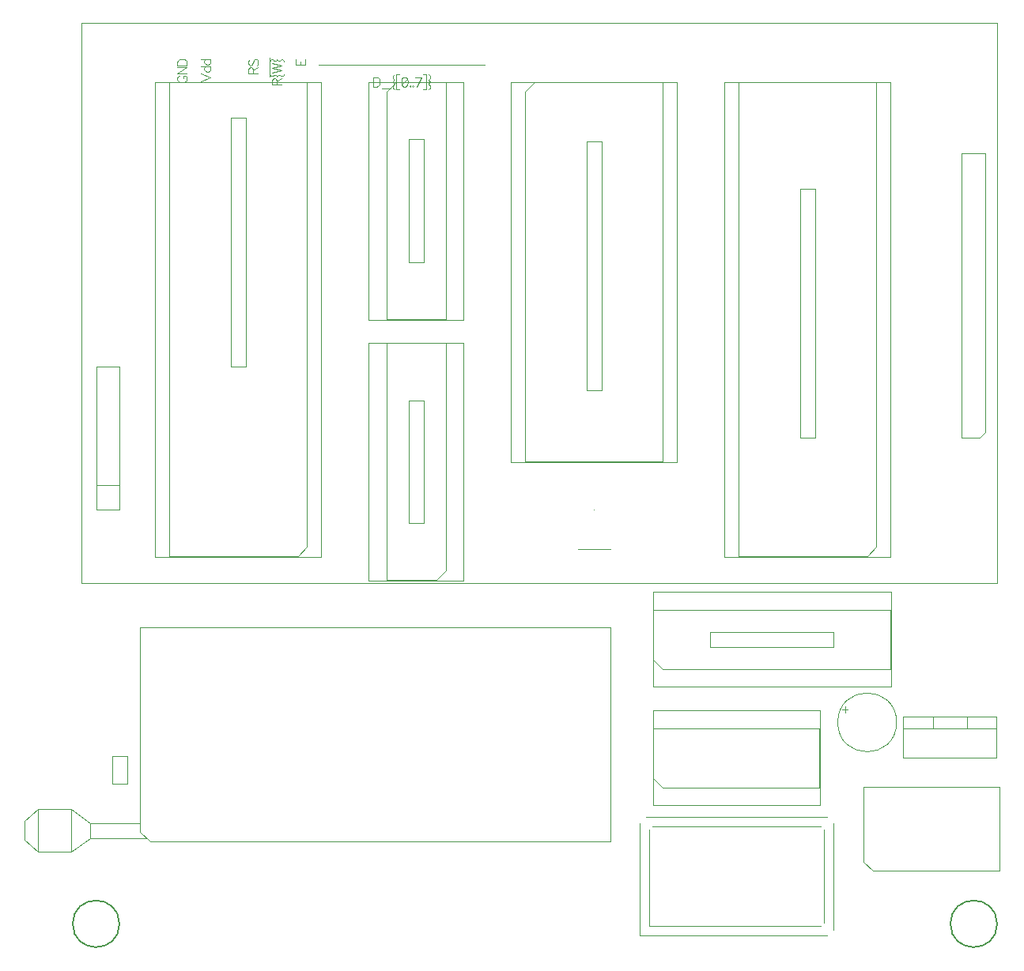
<source format=gbr>
%TF.GenerationSoftware,Novarm,DipTrace,4.3.0.5*%
%TF.CreationDate,2023-08-31T01:17:12+01:00*%
%FSLAX26Y26*%
%MOIN*%
%TF.FileFunction,Drawing,Top*%
%TF.Part,Single*%
%ADD15C,0.005906*%
%ADD16C,0.003937*%
G75*
G01*
%LPD*%
X2463386Y4070472D2*
D16*
Y2465748D1*
X3163386D1*
X2523425Y4028740D2*
X2562795Y4068110D1*
X2523425Y2468110D2*
Y4028740D1*
X2562795Y4068110D2*
X3103346D1*
Y2468110D1*
X2523425D1*
X3163386Y4070472D2*
X2463386D1*
X3163386Y2465748D2*
Y4070472D1*
X1663386Y2065748D2*
Y4070472D1*
X963386D1*
X1603346Y2107480D2*
X1563976Y2068110D1*
X1603346Y4068110D2*
Y2107480D1*
X1563976Y2068110D2*
X1023425D1*
Y4068110D1*
X1603346D1*
X963386Y2065748D2*
X1663386D1*
X963386Y4070472D2*
Y2065748D1*
X4314961Y518110D2*
D15*
G02X4314961Y518110I98425J0D01*
G01*
X468504Y821260D2*
D16*
X610236D1*
X468504D2*
X413386Y872441D1*
X610236Y821260D2*
X688976Y880315D1*
X610236Y821260D2*
Y1002362D1*
X943307Y867323D2*
X897638Y905906D1*
X2881890Y867323D2*
X943307D1*
X413386Y872441D2*
Y951181D1*
X688976Y880315D2*
Y943307D1*
X929528Y880315D2*
X688976D1*
X897638Y905906D2*
Y1768898D1*
X688976Y943307D2*
X897638D1*
X413386Y951181D2*
X468504Y1002362D1*
Y821260D1*
X610236Y1002362D2*
X688976Y943307D1*
X610236Y1002362D2*
X468504D1*
X897638Y1768898D2*
X2881890D1*
Y867323D1*
X3061024Y1518110D2*
X4065748D1*
Y1918110D1*
X3102756Y1593110D2*
X3063386Y1632480D1*
X4063386Y1593110D2*
X3102756D1*
X3063386Y1632480D2*
Y1843110D1*
X4063386D1*
Y1593110D1*
X3061024Y1918110D2*
Y1518110D1*
X4065748Y1918110D2*
X3061024D1*
X3303543Y1749606D2*
Y1686614D1*
X3821654D1*
Y1749606D2*
X3303543D1*
X3821654Y1686614D2*
Y1749606D1*
X2031890Y2208268D2*
X2094882D1*
Y2726378D1*
X2031890D2*
Y2208268D1*
X2094882Y2726378D2*
X2031890D1*
X3005906Y468110D2*
Y942520D1*
Y468110D2*
X3795276D1*
X3031496Y968110D2*
X3795276D1*
X3045276Y507480D2*
Y914961D1*
Y507480D2*
X3767717D1*
X3059055Y928740D2*
X3767717D1*
X3781496Y521260D2*
Y914961D1*
X3820866Y942520D2*
Y493701D1*
X3031496Y968110D2*
G02X3031496Y968110I0J0D01*
G01*
X3059055Y928740D2*
G02X3059055Y928740I0J0D01*
G01*
X3781496Y914961D2*
G02X3781496Y914961I0J0D01*
G01*
X3767717Y507480D2*
G02X3767717Y507480I0J0D01*
G01*
X3820866Y942520D2*
G02X3820866Y942520I0J0D01*
G01*
X3795276Y468110D2*
G02X3795276Y468110I0J0D01*
G01*
X3858110Y1422185D2*
X3882913D1*
X3870512Y1434587D2*
Y1409783D1*
X3840157Y1368110D2*
G02X3840157Y1368110I124016J0D01*
G01*
X3988976Y740945D2*
X3949606Y780315D1*
X4520472Y740945D2*
X3988976D1*
X3949606Y1095276D2*
Y780315D1*
Y1095276D2*
X4520472D1*
Y740945D1*
X614961Y518110D2*
D15*
G02X614961Y518110I98425J0D01*
G01*
X4463386Y2593110D2*
D16*
X4438386Y2568110D1*
X4463386Y3768110D2*
Y2593110D1*
X4438386Y2568110D2*
X4363386D1*
Y3768110D1*
X4463386D1*
X4063386Y2065748D2*
Y4070472D1*
X3363386D1*
X4003346Y2107480D2*
X3963976Y2068110D1*
X4003346Y4068110D2*
Y2107480D1*
X3963976Y2068110D2*
X3423425D1*
Y4068110D1*
X4003346D1*
X3363386Y2065748D2*
X4063386D1*
X3363386Y4070472D2*
Y2065748D1*
X2743701Y2099213D2*
X2881496D1*
X2813386Y2265748D2*
G02X2813386Y2265748I0J0D01*
G01*
X2882427Y2099070D2*
G02X2882427Y2099070I0J0D01*
G01*
X714173Y2267323D2*
X812598D1*
Y2868898D1*
X714173Y2368110D2*
X812598D1*
X714173Y2868898D2*
Y2267323D1*
X812598Y2868898D2*
X714173D1*
X2844882Y3818110D2*
X2781890D1*
Y2768110D1*
X2844882D2*
Y3818110D1*
X2781890Y2768110D2*
X2844882D1*
X2263386Y1965748D2*
Y2970472D1*
X1863386D1*
X2188386Y2007480D2*
X2149016Y1968110D1*
X2188386Y2968110D2*
Y2007480D1*
X2149016Y1968110D2*
X1938386D1*
Y2968110D1*
X2188386D1*
X1863386Y1965748D2*
X2263386D1*
X1863386Y2970472D2*
Y1965748D1*
X3061024Y1018110D2*
X3765748D1*
Y1418110D1*
X3102756Y1093110D2*
X3063386Y1132480D1*
X3763386Y1093110D2*
X3102756D1*
X3063386Y1132480D2*
Y1343110D1*
X3763386D1*
Y1093110D1*
X3061024Y1418110D2*
Y1018110D1*
X3765748Y1418110D2*
X3061024D1*
X1281890Y2868110D2*
X1344882D1*
Y3918110D1*
X1281890D2*
Y2868110D1*
X1344882Y3918110D2*
X1281890D1*
X1863386Y4070472D2*
Y3065748D1*
X2263386D1*
X1938386Y4028740D2*
X1977756Y4068110D1*
X1938386Y3068110D2*
Y4028740D1*
X1977756Y4068110D2*
X2188386D1*
Y3068110D1*
X1938386D1*
X2263386Y4070472D2*
X1863386D1*
X2263386Y3065748D2*
Y4070472D1*
X4116535Y1392126D2*
Y1218898D1*
Y1342126D2*
X4510236D1*
X4116535Y1218898D2*
X4510236D1*
X4240551Y1392126D2*
Y1342126D1*
X4386220Y1392126D2*
Y1342126D1*
X4510236Y1392126D2*
X4116535D1*
X4510236Y1218898D2*
Y1392126D1*
X2094882Y3827953D2*
X2031890D1*
Y3309843D1*
X2094882D2*
Y3827953D1*
X2031890Y3309843D2*
X2094882D1*
X1653543Y4143110D2*
X2353543D1*
X653543Y4318110D2*
Y1955906D1*
X4511811D1*
Y4318110D1*
X653543D1*
X3744882Y3618110D2*
X3681890D1*
Y2568110D1*
X3744882D2*
Y3618110D1*
X3681890Y2568110D2*
X3744882D1*
X844882Y1226378D2*
X781890D1*
Y1108268D1*
X844882D2*
Y1226378D1*
X781890Y1108268D2*
X844882D1*
X1065588Y4096804D2*
X1061786Y4094903D1*
X1057939Y4091056D1*
X1056038Y4087254D1*
Y4079604D1*
X1057939Y4075758D1*
X1061786Y4071955D1*
X1065588Y4070010D1*
X1071336Y4068108D1*
X1080931D1*
X1086635Y4070010D1*
X1090482Y4071955D1*
X1094284Y4075758D1*
X1096230Y4079604D1*
Y4087254D1*
X1094284Y4091056D1*
X1090482Y4094903D1*
X1086635Y4096804D1*
X1080931D1*
Y4087254D1*
X1056038Y4131473D2*
X1096230D1*
X1056038Y4104678D1*
X1096230D1*
X1056038Y4139347D2*
X1096230D1*
Y4152744D1*
X1094284Y4158492D1*
X1090482Y4162339D1*
X1086635Y4164240D1*
X1080931Y4166142D1*
X1071336D1*
X1065588Y4164240D1*
X1061786Y4162339D1*
X1057939Y4158492D1*
X1056038Y4152744D1*
Y4139347D1*
X1375183Y4104678D2*
Y4121878D1*
X1373237Y4127626D1*
X1371336Y4129572D1*
X1367534Y4131473D1*
X1363687D1*
X1359884Y4129572D1*
X1357939Y4127626D1*
X1356038Y4121878D1*
Y4104678D1*
X1396230D1*
X1375183Y4118076D2*
X1396230Y4131473D1*
X1361786Y4166142D2*
X1357939Y4162339D1*
X1356038Y4156591D1*
Y4148942D1*
X1357939Y4143194D1*
X1361786Y4139347D1*
X1365588D1*
X1369435Y4141293D1*
X1371336Y4143194D1*
X1373237Y4146996D1*
X1377084Y4158492D1*
X1378985Y4162339D1*
X1380931Y4164240D1*
X1384733Y4166142D1*
X1390482D1*
X1394284Y4162339D1*
X1396230Y4156591D1*
Y4148942D1*
X1394284Y4143194D1*
X1390482Y4139347D1*
X1882951Y4090616D2*
Y4050424D1*
X1896348D1*
X1902096Y4052369D1*
X1905943Y4056172D1*
X1907844Y4060019D1*
X1909746Y4065723D1*
Y4075317D1*
X1907844Y4081065D1*
X1905943Y4084868D1*
X1902096Y4088715D1*
X1896348Y4090616D1*
X1882951D1*
X1917620Y4043792D2*
X1953965D1*
X1971389Y4101095D2*
X1967587Y4099194D1*
X1965641Y4097293D1*
X1963740Y4093446D1*
Y4089599D1*
X1965641Y4085796D1*
X1967587Y4083895D1*
X1969488Y4080048D1*
Y4076246D1*
X1965641Y4072399D1*
X1961839Y4070498D1*
X1965641Y4068597D1*
X1969488Y4064750D1*
Y4060947D1*
X1967587Y4057101D1*
X1965641Y4055199D1*
X1963740Y4051353D1*
Y4047550D1*
X1965641Y4043703D1*
X1967587Y4041802D1*
X1971389Y4039901D1*
X1992661Y4101095D2*
X1979263D1*
Y4039901D1*
X1992661D1*
X2012031Y4090572D2*
X2006283Y4088671D1*
X2002436Y4082922D1*
X2000535Y4073372D1*
Y4067624D1*
X2002436Y4058073D1*
X2006283Y4052325D1*
X2012031Y4050424D1*
X2015833D1*
X2021581Y4052325D1*
X2025384Y4058073D1*
X2027329Y4067624D1*
Y4073372D1*
X2025384Y4082922D1*
X2021581Y4088671D1*
X2015833Y4090572D1*
X2012031D1*
X2025384Y4082922D2*
X2002436Y4058073D1*
X2037105Y4054271D2*
X2035204Y4052325D1*
X2037105Y4050424D1*
X2039050Y4052325D1*
X2037105Y4054271D1*
X2048826D2*
X2046924Y4052325D1*
X2048826Y4050424D1*
X2050771Y4052325D1*
X2048826Y4054271D1*
X2066294Y4050424D2*
X2085440Y4090572D1*
X2058645D1*
X2093314Y4101095D2*
X2106711D1*
Y4039901D1*
X2093314D1*
X2114585Y4101095D2*
X2118432Y4099194D1*
X2120333Y4097293D1*
X2122234Y4093446D1*
Y4089599D1*
X2120333Y4085796D1*
X2118432Y4083895D1*
X2116486Y4080048D1*
Y4076246D1*
X2120333Y4072399D1*
X2124136Y4070498D1*
X2120333Y4068597D1*
X2116486Y4064750D1*
Y4060947D1*
X2118432Y4057101D1*
X2120333Y4055199D1*
X2122234Y4051353D1*
Y4047550D1*
X2120333Y4043703D1*
X2118432Y4041802D1*
X2114585Y4039901D1*
X1156038Y4073901D2*
X1196230Y4089199D1*
X1156038Y4104498D1*
Y4135320D2*
X1196230D1*
X1175183D2*
X1171336Y4131517D1*
X1169435Y4127671D1*
Y4121922D1*
X1171336Y4118120D1*
X1175183Y4114273D1*
X1180931Y4112372D1*
X1184733D1*
X1190482Y4114273D1*
X1194284Y4118120D1*
X1196230Y4121922D1*
Y4127671D1*
X1194284Y4131517D1*
X1190482Y4135320D1*
X1156038Y4166142D2*
X1196230D1*
X1175183D2*
X1171336Y4162339D1*
X1169435Y4158492D1*
Y4152744D1*
X1171336Y4148942D1*
X1175183Y4145095D1*
X1180931Y4143194D1*
X1184733D1*
X1190482Y4145095D1*
X1194284Y4148942D1*
X1196230Y4152744D1*
Y4158492D1*
X1194284Y4162339D1*
X1190482Y4166142D1*
X1556038D2*
Y4141293D1*
X1596230D1*
Y4166142D1*
X1575183Y4141293D2*
Y4156591D1*
X1475183Y4058333D2*
Y4075533D1*
X1473237Y4081281D1*
X1471336Y4083227D1*
X1467534Y4085128D1*
X1463687D1*
X1459884Y4083227D1*
X1457939Y4081281D1*
X1456038Y4075533D1*
Y4058333D1*
X1496230D1*
X1475183Y4071730D2*
X1496230Y4085128D1*
X1445558Y4102552D2*
X1447460Y4098750D1*
X1449361Y4096804D1*
X1453208Y4094903D1*
X1457055D1*
X1460857Y4096804D1*
X1462758Y4098750D1*
X1466605Y4100651D1*
X1470408D1*
X1474254Y4096804D1*
X1476156Y4093002D1*
X1478057Y4096804D1*
X1481904Y4100651D1*
X1485706D1*
X1489553Y4098750D1*
X1491454Y4096804D1*
X1495301Y4094903D1*
X1499104D1*
X1502950Y4096804D1*
X1504852Y4098750D1*
X1506753Y4102552D1*
X1456038Y4110426D2*
X1496230Y4120021D1*
X1456038Y4129572D1*
X1496230Y4139122D1*
X1456038Y4148717D1*
X1445558Y4156591D2*
X1447460Y4160438D1*
X1449361Y4162339D1*
X1453208Y4164240D1*
X1457055D1*
X1460857Y4162339D1*
X1462758Y4160438D1*
X1466605Y4158492D1*
X1470408D1*
X1474254Y4162339D1*
X1476156Y4166142D1*
X1478057Y4162339D1*
X1481904Y4158492D1*
X1485706D1*
X1489553Y4160438D1*
X1491454Y4162339D1*
X1495301Y4164240D1*
X1499104D1*
X1502950Y4162339D1*
X1504852Y4160438D1*
X1506753Y4156591D1*
X1445558Y4093002D2*
Y4174016D1*
M02*

</source>
